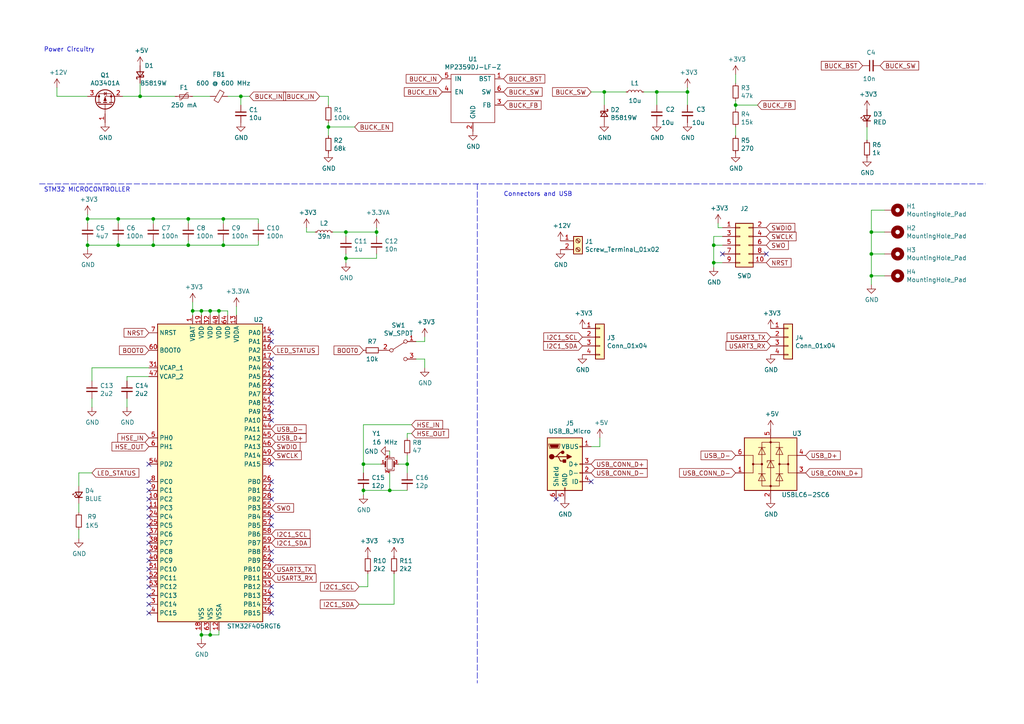
<source format=kicad_sch>
(kicad_sch (version 20211123) (generator eeschema)
  (paper "A4")
  (title_block (title "STM32F4 Test Board") (date "2021-07-08") (rev "2.0") (company "theokelo.inc"))
  (lib_symbols
    (symbol "Connector:Screw_Terminal_01x02" (pin_names (offset 1.016) hide)
      (property "Reference" "J" (at 0 2.54 0))
      (property "Value" "Screw_Terminal_01x02" (at 0 -5.08 0))
      (symbol "Screw_Terminal_01x02_1_1"
        (pin passive line (at -5.08 0 0) (length 3.81) (name "Pin_1") (number "1"))
        (pin passive line (at -5.08 -2.54 0) (length 3.81) (name "Pin_2") (number "2"))
      )
    )
    (symbol "Connector:USB_B_Micro" (pin_names (offset 1.016))
      (property "Reference" "J" (at -5.08 11.43 0))
      (property "Value" "USB_B_Micro" (at -5.08 8.89 0))
      (symbol "USB_B_Micro_1_1"
        (pin power_out line (at 7.62 5.08 180) (length 2.54) (name "VBUS") (number "1"))
        (pin bidirectional line (at 7.62 -2.54 180) (length 2.54) (name "D-") (number "2"))
        (pin bidirectional line (at 7.62 0 180) (length 2.54) (name "D+") (number "3"))
        (pin passive line (at 7.62 -5.08 180) (length 2.54) (name "ID") (number "4"))
        (pin power_out line (at 0 -10.16 90) (length 2.54) (name "GND") (number "5"))
        (pin passive line (at -2.54 -10.16 90) (length 2.54) (name "Shield") (number "6"))
      )
    )
    (symbol "Connector_Generic:Conn_01x04" (pin_names (offset 1.016) hide)
      (property "Reference" "J" (at 0 5.08 0))
      (property "Value" "Conn_01x04" (at 0 -7.62 0))
      (symbol "Conn_01x04_1_1"
        (pin passive line (at -5.08 2.54 0) (length 3.81) (name "Pin_1") (number "1"))
        (pin passive line (at -5.08 0 0) (length 3.81) (name "Pin_2") (number "2"))
        (pin passive line (at -5.08 -2.54 0) (length 3.81) (name "Pin_3") (number "3"))
        (pin passive line (at -5.08 -5.08 0) (length 3.81) (name "Pin_4") (number "4"))
      )
    )
    (symbol "Connector_Generic:Conn_02x05_Odd_Even" (pin_names (offset 1.016) hide)
      (property "Reference" "J" (at 1.27 7.62 0))
      (property "Value" "Conn_02x05_Odd_Even" (at 1.27 -7.62 0))
      (symbol "Conn_02x05_Odd_Even_1_1"
        (pin passive line (at -5.08 5.08 0) (length 3.81) (name "Pin_1") (number "1"))
        (pin passive line (at 7.62 -5.08 180) (length 3.81) (name "Pin_10") (number "10"))
        (pin passive line (at 7.62 5.08 180) (length 3.81) (name "Pin_2") (number "2"))
        (pin passive line (at -5.08 2.54 0) (length 3.81) (name "Pin_3") (number "3"))
        (pin passive line (at 7.62 2.54 180) (length 3.81) (name "Pin_4") (number "4"))
        (pin passive line (at -5.08 0 0) (length 3.81) (name "Pin_5") (number "5"))
        (pin passive line (at 7.62 0 180) (length 3.81) (name "Pin_6") (number "6"))
        (pin passive line (at -5.08 -2.54 0) (length 3.81) (name "Pin_7") (number "7"))
        (pin passive line (at 7.62 -2.54 180) (length 3.81) (name "Pin_8") (number "8"))
        (pin passive line (at -5.08 -5.08 0) (length 3.81) (name "Pin_9") (number "9"))
      )
    )
    (symbol "Device:C_Small" (pin_numbers hide) (pin_names (offset 0.254) hide)
      (property "Reference" "C" (at 0.254 1.778 0))
      (property "Value" "C_Small" (at 0.254 -2.032 0))
      (symbol "C_Small_1_1"
        (pin passive line (at 0 2.54 270) (length 2.032) (name "~") (number "1"))
        (pin passive line (at 0 -2.54 90) (length 2.032) (name "~") (number "2"))
      )
    )
    (symbol "Device:Crystal_GND24_Small" (pin_names (offset 1.016) hide)
      (property "Reference" "Y" (at 1.27 4.445 0))
      (property "Value" "Crystal_GND24_Small" (at 1.27 2.54 0))
      (symbol "Crystal_GND24_Small_1_1"
        (pin passive line (at -2.54 0 0) (length 1.27) (name "1") (number "1"))
        (pin passive line (at 0 -2.54 90) (length 0.635) (name "2") (number "2"))
        (pin passive line (at 2.54 0 180) (length 1.27) (name "3") (number "3"))
        (pin passive line (at 0 2.54 270) (length 0.635) (name "4") (number "4"))
      )
    )
    (symbol "Device:D_Schottky_Small" (pin_numbers hide) (pin_names (offset 0.254) hide)
      (property "Reference" "D" (at -1.27 2.032 0))
      (property "Value" "D_Schottky_Small" (at -7.112 -2.032 0))
      (symbol "D_Schottky_Small_1_1"
        (pin passive line (at -2.54 0 0) (length 1.778) (name "K") (number "1"))
        (pin passive line (at 2.54 0 180) (length 1.778) (name "A") (number "2"))
      )
    )
    (symbol "Device:Ferrite_Bead_Small" (pin_numbers hide) (pin_names (offset 0))
      (property "Reference" "FB" (at 1.905 1.27 0))
      (property "Value" "Device_Ferrite_Bead_Small" (at 1.905 -1.27 0))
      (symbol "Ferrite_Bead_Small_1_1"
        (pin passive line (at 0 2.54 270) (length 1.27) (name "~") (number "1"))
        (pin passive line (at 0 -2.54 90) (length 1.27) (name "~") (number "2"))
      )
    )
    (symbol "Device:LED_Small" (pin_numbers hide) (pin_names (offset 0.254) hide)
      (property "Reference" "D" (at -1.27 3.175 0))
      (property "Value" "LED_Small" (at -4.445 -2.54 0))
      (symbol "LED_Small_1_1"
        (pin passive line (at -2.54 0 0) (length 1.778) (name "K") (number "1"))
        (pin passive line (at 2.54 0 180) (length 1.778) (name "A") (number "2"))
      )
    )
    (symbol "Device:L_Small" (pin_numbers hide) (pin_names (offset 0.254) hide)
      (property "Reference" "L" (at 0.762 1.016 0))
      (property "Value" "L_Small" (at 0.762 -1.016 0))
      (symbol "L_Small_1_1"
        (pin passive line (at 0 2.54 270) (length 0.508) (name "~") (number "1"))
        (pin passive line (at 0 -2.54 90) (length 0.508) (name "~") (number "2"))
      )
    )
    (symbol "Device:Polyfuse_Small" (pin_numbers hide) (pin_names (offset 0))
      (property "Reference" "F" (at -1.905 0 90))
      (property "Value" "Polyfuse_Small" (at 1.905 0 90))
      (symbol "Polyfuse_Small_1_1"
        (pin passive line (at 0 2.54 270) (length 0.635) (name "~") (number "1"))
        (pin passive line (at 0 -2.54 90) (length 0.635) (name "~") (number "2"))
      )
    )
    (symbol "Device:R_Small" (pin_numbers hide) (pin_names (offset 0.254) hide)
      (property "Reference" "R" (at 0.762 0.508 0))
      (property "Value" "R_Small" (at 0.762 -1.016 0))
      (symbol "R_Small_1_1"
        (pin passive line (at 0 2.54 270) (length 0.762) (name "~") (number "1"))
        (pin passive line (at 0 -2.54 90) (length 0.762) (name "~") (number "2"))
      )
    )
    (symbol "MCU_ST_STM32F4:STM32F405RGTx"
      (property "Reference" "U" (at -15.24 44.45 0))
      (property "Value" "STM32F405RGTx" (at 10.16 44.45 0))
      (symbol "STM32F405RGTx_1_1"
        (pin power_in line (at -5.08 45.72 270) (length 2.54) (name "VBAT") (number "1"))
        (pin bidirectional line (at -17.78 -7.62 0) (length 2.54) (name "PC2") (number "10"))
        (pin bidirectional line (at -17.78 -10.16 0) (length 2.54) (name "PC3") (number "11"))
        (pin power_in line (at 2.54 -45.72 90) (length 2.54) (name "VSSA") (number "12"))
        (pin power_in line (at 7.62 45.72 270) (length 2.54) (name "VDDA") (number "13"))
        (pin bidirectional line (at 17.78 40.64 180) (length 2.54) (name "PA0") (number "14"))
        (pin bidirectional line (at 17.78 38.1 180) (length 2.54) (name "PA1") (number "15"))
        (pin bidirectional line (at 17.78 35.56 180) (length 2.54) (name "PA2") (number "16"))
        (pin bidirectional line (at 17.78 33.02 180) (length 2.54) (name "PA3") (number "17"))
        (pin power_in line (at -2.54 -45.72 90) (length 2.54) (name "VSS") (number "18"))
        (pin power_in line (at -2.54 45.72 270) (length 2.54) (name "VDD") (number "19"))
        (pin bidirectional line (at -17.78 -35.56 0) (length 2.54) (name "PC13") (number "2"))
        (pin bidirectional line (at 17.78 30.48 180) (length 2.54) (name "PA4") (number "20"))
        (pin bidirectional line (at 17.78 27.94 180) (length 2.54) (name "PA5") (number "21"))
        (pin bidirectional line (at 17.78 25.4 180) (length 2.54) (name "PA6") (number "22"))
        (pin bidirectional line (at 17.78 22.86 180) (length 2.54) (name "PA7") (number "23"))
        (pin bidirectional line (at -17.78 -12.7 0) (length 2.54) (name "PC4") (number "24"))
        (pin bidirectional line (at -17.78 -15.24 0) (length 2.54) (name "PC5") (number "25"))
        (pin bidirectional line (at 17.78 -2.54 180) (length 2.54) (name "PB0") (number "26"))
        (pin bidirectional line (at 17.78 -5.08 180) (length 2.54) (name "PB1") (number "27"))
        (pin bidirectional line (at 17.78 -7.62 180) (length 2.54) (name "PB2") (number "28"))
        (pin bidirectional line (at 17.78 -27.94 180) (length 2.54) (name "PB10") (number "29"))
        (pin bidirectional line (at -17.78 -38.1 0) (length 2.54) (name "PC14") (number "3"))
        (pin bidirectional line (at 17.78 -30.48 180) (length 2.54) (name "PB11") (number "30"))
        (pin power_in line (at -17.78 30.48 0) (length 2.54) (name "VCAP_1") (number "31"))
        (pin power_in line (at 0 45.72 270) (length 2.54) (name "VDD") (number "32"))
        (pin bidirectional line (at 17.78 -33.02 180) (length 2.54) (name "PB12") (number "33"))
        (pin bidirectional line (at 17.78 -35.56 180) (length 2.54) (name "PB13") (number "34"))
        (pin bidirectional line (at 17.78 -38.1 180) (length 2.54) (name "PB14") (number "35"))
        (pin bidirectional line (at 17.78 -40.64 180) (length 2.54) (name "PB15") (number "36"))
        (pin bidirectional line (at -17.78 -17.78 0) (length 2.54) (name "PC6") (number "37"))
        (pin bidirectional line (at -17.78 -20.32 0) (length 2.54) (name "PC7") (number "38"))
        (pin bidirectional line (at -17.78 -22.86 0) (length 2.54) (name "PC8") (number "39"))
        (pin bidirectional line (at -17.78 -40.64 0) (length 2.54) (name "PC15") (number "4"))
        (pin bidirectional line (at -17.78 -25.4 0) (length 2.54) (name "PC9") (number "40"))
        (pin bidirectional line (at 17.78 20.32 180) (length 2.54) (name "PA8") (number "41"))
        (pin bidirectional line (at 17.78 17.78 180) (length 2.54) (name "PA9") (number "42"))
        (pin bidirectional line (at 17.78 15.24 180) (length 2.54) (name "PA10") (number "43"))
        (pin bidirectional line (at 17.78 12.7 180) (length 2.54) (name "PA11") (number "44"))
        (pin bidirectional line (at 17.78 10.16 180) (length 2.54) (name "PA12") (number "45"))
        (pin bidirectional line (at 17.78 7.62 180) (length 2.54) (name "PA13") (number "46"))
        (pin power_in line (at -17.78 27.94 0) (length 2.54) (name "VCAP_2") (number "47"))
        (pin power_in line (at 2.54 45.72 270) (length 2.54) (name "VDD") (number "48"))
        (pin bidirectional line (at 17.78 5.08 180) (length 2.54) (name "PA14") (number "49"))
        (pin input line (at -17.78 10.16 0) (length 2.54) (name "PH0") (number "5"))
        (pin bidirectional line (at 17.78 2.54 180) (length 2.54) (name "PA15") (number "50"))
        (pin bidirectional line (at -17.78 -27.94 0) (length 2.54) (name "PC10") (number "51"))
        (pin bidirectional line (at -17.78 -30.48 0) (length 2.54) (name "PC11") (number "52"))
        (pin bidirectional line (at -17.78 -33.02 0) (length 2.54) (name "PC12") (number "53"))
        (pin bidirectional line (at -17.78 2.54 0) (length 2.54) (name "PD2") (number "54"))
        (pin bidirectional line (at 17.78 -10.16 180) (length 2.54) (name "PB3") (number "55"))
        (pin bidirectional line (at 17.78 -12.7 180) (length 2.54) (name "PB4") (number "56"))
        (pin bidirectional line (at 17.78 -15.24 180) (length 2.54) (name "PB5") (number "57"))
        (pin bidirectional line (at 17.78 -17.78 180) (length 2.54) (name "PB6") (number "58"))
        (pin bidirectional line (at 17.78 -20.32 180) (length 2.54) (name "PB7") (number "59"))
        (pin input line (at -17.78 7.62 0) (length 2.54) (name "PH1") (number "6"))
        (pin input line (at -17.78 35.56 0) (length 2.54) (name "BOOT0") (number "60"))
        (pin bidirectional line (at 17.78 -22.86 180) (length 2.54) (name "PB8") (number "61"))
        (pin bidirectional line (at 17.78 -25.4 180) (length 2.54) (name "PB9") (number "62"))
        (pin power_in line (at 0 -45.72 90) (length 2.54) (name "VSS") (number "63"))
        (pin power_in line (at 5.08 45.72 270) (length 2.54) (name "VDD") (number "64"))
        (pin input line (at -17.78 40.64 0) (length 2.54) (name "NRST") (number "7"))
        (pin bidirectional line (at -17.78 -2.54 0) (length 2.54) (name "PC0") (number "8"))
        (pin bidirectional line (at -17.78 -5.08 0) (length 2.54) (name "PC1") (number "9"))
      )
    )
    (symbol "Mechanical:MountingHole_Pad" (pin_numbers hide) (pin_names (offset 1.016) hide)
      (property "Reference" "H" (at 0 6.35 0))
      (property "Value" "MountingHole_Pad" (at 0 4.445 0))
      (symbol "MountingHole_Pad_1_1"
        (pin input line (at 0 -2.54 90) (length 2.54) (name "1") (number "1"))
      )
    )
    (symbol "OkeloCustomLib:MP2359DJ-LF-Z" (pin_names (offset 1.016))
      (property "Reference" "U" (at 0 11.43 0))
      (property "Value" "OkeloCustomLib_MP2359DJ-LF-Z" (at 0 8.89 0))
      (symbol "MP2359DJ-LF-Z_1_1"
        (pin output line (at 8.89 5.08 180) (length 2.54) (name "BST") (number "1"))
        (pin input line (at 0 -10.16 90) (length 2.54) (name "GND") (number "2"))
        (pin output line (at 8.89 -2.54 180) (length 2.54) (name "FB") (number "3"))
        (pin input line (at -8.89 1.27 0) (length 2.54) (name "EN") (number "4"))
        (pin input line (at -8.89 5.08 0) (length 2.54) (name "IN") (number "5"))
        (pin output line (at 8.89 1.27 180) (length 2.54) (name "SW") (number "6"))
      )
    )
    (symbol "Power_Protection:USBLC6-2SC6" (pin_names hide)
      (property "Reference" "U" (at 2.54 8.89 0))
      (property "Value" "USBLC6-2SC6" (at 2.54 -8.89 0))
      (symbol "USBLC6-2SC6_1_1"
        (pin passive line (at -10.16 -2.54 0) (length 2.54) (name "I/O1") (number "1"))
        (pin passive line (at 0 -10.16 90) (length 2.54) (name "GND") (number "2"))
        (pin passive line (at 10.16 -2.54 180) (length 2.54) (name "I/O2") (number "3"))
        (pin passive line (at 10.16 2.54 180) (length 2.54) (name "I/O2") (number "4"))
        (pin passive line (at 0 10.16 270) (length 2.54) (name "VBUS") (number "5"))
        (pin passive line (at -10.16 2.54 0) (length 2.54) (name "I/O1") (number "6"))
      )
    )
    (symbol "Switch:SW_SPDT" (pin_names (offset 0) hide)
      (property "Reference" "SW" (at 0 4.318 0))
      (property "Value" "SW_SPDT" (at 0 -5.08 0))
      (symbol "SW_SPDT_1_1"
        (pin passive line (at 5.08 2.54 180) (length 2.54) (name "A") (number "1"))
        (pin passive line (at -5.08 0 0) (length 2.54) (name "B") (number "2"))
        (pin passive line (at 5.08 -2.54 180) (length 2.54) (name "C") (number "3"))
      )
    )
    (symbol "Transistor_FET:AO3401A" (pin_names hide)
      (property "Reference" "Q" (at 5.08 1.905 0))
      (property "Value" "AO3401A" (at 5.08 0 0))
      (symbol "AO3401A_1_1"
        (pin input line (at -5.08 0 0) (length 2.54) (name "G") (number "1"))
        (pin passive line (at 2.54 -5.08 90) (length 2.54) (name "S") (number "2"))
        (pin passive line (at 2.54 5.08 270) (length 2.54) (name "D") (number "3"))
      )
    )
    (symbol "power:+12V" (power) (pin_names (offset 0))
      (property "Value" "+12V" (at 0 3.556 0))
      (symbol "+12V_1_1"
        (pin power_in line (at 0 0 90) (length 0) hide (name "+12V") (number "1"))
      )
    )
    (symbol "power:+3.3V" (power) (pin_names (offset 0))
      (property "Value" "+3.3V" (at 0 3.556 0))
      (symbol "+3.3V_1_1"
        (pin power_in line (at 0 0 90) (length 0) hide (name "+3V3") (number "1"))
      )
    )
    (symbol "power:+3.3VA" (power) (pin_names (offset 0))
      (property "Value" "+3.3VA" (at 0 3.556 0))
      (symbol "+3.3VA_1_1"
        (pin power_in line (at 0 0 90) (length 0) hide (name "+3.3VA") (number "1"))
      )
    )
    (symbol "power:+5V" (power) (pin_names (offset 0))
      (property "Value" "+5V" (at 0 3.556 0))
      (symbol "+5V_1_1"
        (pin power_in line (at 0 0 90) (length 0) hide (name "+5V") (number "1"))
      )
    )
    (symbol "power:GND" (power) (pin_names (offset 0))
      (property "Value" "GND" (at 0 -3.81 0))
      (symbol "GND_1_1"
        (pin power_in line (at 0 0 270) (length 0) hide (name "GND") (number "1"))
      )
    )
  )
  (junction (at 252.73 67.31))
  (junction (at 175.26 26.67))
  (junction (at 44.45 71.12))
  (junction (at 105.41 134.62))
  (junction (at 34.29 71.12))
  (junction (at 100.33 67.31))
  (junction (at 207.01 71.12))
  (junction (at 207.01 76.2))
  (junction (at 95.25 36.83))
  (junction (at 118.11 134.62))
  (junction (at 213.36 30.48))
  (junction (at 60.96 90.17))
  (junction (at 190.5 26.67))
  (junction (at 199.39 26.67))
  (junction (at 58.42 90.17))
  (junction (at 58.42 184.15))
  (junction (at 113.03 142.24))
  (junction (at 64.77 71.12))
  (junction (at 25.4 63.5))
  (junction (at 34.29 63.5))
  (junction (at 40.64 27.94))
  (junction (at 25.4 71.12))
  (junction (at 63.5 90.17))
  (junction (at 55.88 90.17))
  (junction (at 252.73 80.01))
  (junction (at 60.96 184.15))
  (junction (at 252.73 73.66))
  (junction (at 105.41 142.24))
  (junction (at 69.85 27.94))
  (junction (at 54.61 71.12))
  (junction (at 64.77 63.5))
  (junction (at 100.33 74.93))
  (junction (at 44.45 63.5))
  (junction (at 54.61 63.5))
  (junction (at 109.22 67.31))
  (no_connect (at 78.74 149.86))
  (no_connect (at 43.18 147.32))
  (no_connect (at 161.29 144.78))
  (no_connect (at 78.74 144.78))
  (no_connect (at 78.74 162.56))
  (no_connect (at 43.18 175.26))
  (no_connect (at 78.74 160.02))
  (no_connect (at 43.18 172.72))
  (no_connect (at 78.74 96.52))
  (no_connect (at 43.18 134.62))
  (no_connect (at 78.74 170.18))
  (no_connect (at 78.74 119.38))
  (no_connect (at 78.74 134.62))
  (no_connect (at 43.18 177.8))
  (no_connect (at 43.18 170.18))
  (no_connect (at 222.25 73.66))
  (no_connect (at 43.18 157.48))
  (no_connect (at 43.18 160.02))
  (no_connect (at 43.18 142.24))
  (no_connect (at 43.18 149.86))
  (no_connect (at 78.74 139.7))
  (no_connect (at 78.74 111.76))
  (no_connect (at 78.74 106.68))
  (no_connect (at 43.18 167.64))
  (no_connect (at 43.18 165.1))
  (no_connect (at 171.45 139.7))
  (no_connect (at 43.18 152.4))
  (no_connect (at 78.74 114.3))
  (no_connect (at 78.74 177.8))
  (no_connect (at 78.74 121.92))
  (no_connect (at 78.74 172.72))
  (no_connect (at 78.74 175.26))
  (no_connect (at 209.55 73.66))
  (no_connect (at 78.74 104.14))
  (no_connect (at 43.18 162.56))
  (no_connect (at 78.74 152.4))
  (no_connect (at 78.74 109.22))
  (no_connect (at 78.74 142.24))
  (no_connect (at 43.18 154.94))
  (no_connect (at 43.18 144.78))
  (no_connect (at 43.18 139.7))
  (no_connect (at 78.74 116.84))
  (no_connect (at 78.74 99.06))
  (wire (pts (xy 22.86 137.16) (xy 22.86 140.97)))
  (wire (pts (xy 54.61 71.12) (xy 44.45 71.12)))
  (wire (pts (xy 207.01 71.12) (xy 207.01 68.58)))
  (wire (pts (xy 186.69 26.67) (xy 190.5 26.67)))
  (wire (pts (xy 104.14 175.26) (xy 114.3 175.26)))
  (wire (pts (xy 34.29 63.5) (xy 25.4 63.5)))
  (wire (pts (xy 199.39 26.67) (xy 190.5 26.67)))
  (polyline (pts (xy 11.43 53.34) (xy 285.75 53.34)))
  (wire (pts (xy 219.71 30.48) (xy 213.36 30.48)))
  (wire (pts (xy 63.5 182.88) (xy 63.5 184.15)))
  (wire (pts (xy 68.58 91.44) (xy 68.58 88.9)))
  (wire (pts (xy 252.73 60.96) (xy 252.73 67.31)))
  (wire (pts (xy 63.5 90.17) (xy 60.96 90.17)))
  (wire (pts (xy 209.55 76.2) (xy 207.01 76.2)))
  (wire (pts (xy 25.4 71.12) (xy 25.4 69.85)))
  (wire (pts (xy 35.56 27.94) (xy 40.64 27.94)))
  (wire (pts (xy 66.04 27.94) (xy 69.85 27.94)))
  (wire (pts (xy 58.42 90.17) (xy 55.88 90.17)))
  (wire (pts (xy 95.25 36.83) (xy 95.25 39.37)))
  (wire (pts (xy 251.46 40.64) (xy 251.46 36.83)))
  (wire (pts (xy 252.73 80.01) (xy 256.54 80.01)))
  (wire (pts (xy 95.25 30.48) (xy 95.25 27.94)))
  (wire (pts (xy 60.96 27.94) (xy 55.88 27.94)))
  (wire (pts (xy 114.3 175.26) (xy 114.3 166.37)))
  (wire (pts (xy 58.42 184.15) (xy 58.42 182.88)))
  (wire (pts (xy 60.96 184.15) (xy 58.42 184.15)))
  (wire (pts (xy 120.65 104.14) (xy 123.19 104.14)))
  (wire (pts (xy 256.54 73.66) (xy 252.73 73.66)))
  (wire (pts (xy 190.5 26.67) (xy 190.5 30.48)))
  (wire (pts (xy 54.61 64.77) (xy 54.61 63.5)))
  (wire (pts (xy 105.41 134.62) (xy 110.49 134.62)))
  (wire (pts (xy 66.04 90.17) (xy 63.5 90.17)))
  (wire (pts (xy 105.41 137.16) (xy 105.41 134.62)))
  (wire (pts (xy 64.77 71.12) (xy 54.61 71.12)))
  (wire (pts (xy 44.45 69.85) (xy 44.45 71.12)))
  (wire (pts (xy 63.5 184.15) (xy 60.96 184.15)))
  (wire (pts (xy 104.14 170.18) (xy 106.68 170.18)))
  (wire (pts (xy 25.4 64.77) (xy 25.4 63.5)))
  (wire (pts (xy 95.25 27.94) (xy 92.71 27.94)))
  (wire (pts (xy 95.25 35.56) (xy 95.25 36.83)))
  (wire (pts (xy 74.93 63.5) (xy 64.77 63.5)))
  (wire (pts (xy 105.41 123.19) (xy 105.41 134.62)))
  (polyline (pts (xy 138.43 53.34) (xy 138.43 198.12)))
  (wire (pts (xy 102.87 36.83) (xy 95.25 36.83)))
  (wire (pts (xy 213.36 30.48) (xy 213.36 31.75)))
  (wire (pts (xy 91.44 67.31) (xy 88.9 67.31)))
  (wire (pts (xy 171.45 26.67) (xy 175.26 26.67)))
  (wire (pts (xy 208.28 66.04) (xy 208.28 64.77)))
  (wire (pts (xy 60.96 91.44) (xy 60.96 90.17)))
  (wire (pts (xy 26.67 118.11) (xy 26.67 115.57)))
  (wire (pts (xy 213.36 36.83) (xy 213.36 39.37)))
  (wire (pts (xy 66.04 91.44) (xy 66.04 90.17)))
  (wire (pts (xy 22.86 146.05) (xy 22.86 148.59)))
  (wire (pts (xy 118.11 127) (xy 118.11 125.73)))
  (wire (pts (xy 16.51 25.4) (xy 16.51 27.94)))
  (wire (pts (xy 100.33 74.93) (xy 100.33 73.66)))
  (wire (pts (xy 55.88 90.17) (xy 55.88 87.63)))
  (wire (pts (xy 213.36 29.21) (xy 213.36 30.48)))
  (wire (pts (xy 74.93 71.12) (xy 64.77 71.12)))
  (wire (pts (xy 105.41 142.24) (xy 113.03 142.24)))
  (wire (pts (xy 36.83 118.11) (xy 36.83 115.57)))
  (wire (pts (xy 207.01 77.47) (xy 207.01 76.2)))
  (wire (pts (xy 209.55 66.04) (xy 208.28 66.04)))
  (wire (pts (xy 256.54 67.31) (xy 252.73 67.31)))
  (wire (pts (xy 109.22 67.31) (xy 109.22 66.04)))
  (wire (pts (xy 55.88 91.44) (xy 55.88 90.17)))
  (wire (pts (xy 207.01 68.58) (xy 209.55 68.58)))
  (wire (pts (xy 173.99 129.54) (xy 173.99 127)))
  (wire (pts (xy 123.19 104.14) (xy 123.19 106.68)))
  (wire (pts (xy 207.01 76.2) (xy 207.01 71.12)))
  (wire (pts (xy 119.38 123.19) (xy 105.41 123.19)))
  (wire (pts (xy 252.73 67.31) (xy 252.73 73.66)))
  (wire (pts (xy 256.54 60.96) (xy 252.73 60.96)))
  (wire (pts (xy 64.77 63.5) (xy 54.61 63.5)))
  (wire (pts (xy 54.61 63.5) (xy 44.45 63.5)))
  (wire (pts (xy 252.73 82.55) (xy 252.73 80.01)))
  (wire (pts (xy 109.22 73.66) (xy 109.22 74.93)))
  (wire (pts (xy 199.39 30.48) (xy 199.39 26.67)))
  (wire (pts (xy 209.55 71.12) (xy 207.01 71.12)))
  (wire (pts (xy 44.45 63.5) (xy 34.29 63.5)))
  (wire (pts (xy 123.19 99.06) (xy 123.19 97.79)))
  (wire (pts (xy 69.85 30.48) (xy 69.85 27.94)))
  (wire (pts (xy 88.9 67.31) (xy 88.9 66.04)))
  (wire (pts (xy 74.93 64.77) (xy 74.93 63.5)))
  (wire (pts (xy 118.11 125.73) (xy 119.38 125.73)))
  (wire (pts (xy 63.5 91.44) (xy 63.5 90.17)))
  (wire (pts (xy 58.42 91.44) (xy 58.42 90.17)))
  (wire (pts (xy 113.03 137.16) (xy 113.03 142.24)))
  (wire (pts (xy 26.67 137.16) (xy 22.86 137.16)))
  (wire (pts (xy 16.51 27.94) (xy 25.4 27.94)))
  (wire (pts (xy 25.4 63.5) (xy 25.4 62.23)))
  (wire (pts (xy 54.61 69.85) (xy 54.61 71.12)))
  (wire (pts (xy 25.4 72.39) (xy 25.4 71.12)))
  (wire (pts (xy 36.83 109.22) (xy 36.83 110.49)))
  (wire (pts (xy 113.03 142.24) (xy 118.11 142.24)))
  (wire (pts (xy 252.73 73.66) (xy 252.73 80.01)))
  (wire (pts (xy 181.61 26.67) (xy 175.26 26.67)))
  (wire (pts (xy 60.96 182.88) (xy 60.96 184.15)))
  (wire (pts (xy 58.42 185.42) (xy 58.42 184.15)))
  (wire (pts (xy 100.33 76.2) (xy 100.33 74.93)))
  (wire (pts (xy 118.11 137.16) (xy 118.11 134.62)))
  (wire (pts (xy 34.29 71.12) (xy 25.4 71.12)))
  (wire (pts (xy 44.45 71.12) (xy 34.29 71.12)))
  (wire (pts (xy 44.45 64.77) (xy 44.45 63.5)))
  (wire (pts (xy 100.33 68.58) (xy 100.33 67.31)))
  (wire (pts (xy 34.29 64.77) (xy 34.29 63.5)))
  (wire (pts (xy 199.39 26.67) (xy 199.39 25.4)))
  (wire (pts (xy 105.41 143.51) (xy 105.41 142.24)))
  (wire (pts (xy 43.18 109.22) (xy 36.83 109.22)))
  (wire (pts (xy 64.77 69.85) (xy 64.77 71.12)))
  (wire (pts (xy 100.33 67.31) (xy 109.22 67.31)))
  (wire (pts (xy 175.26 26.67) (xy 175.26 30.48)))
  (wire (pts (xy 109.22 74.93) (xy 100.33 74.93)))
  (wire (pts (xy 120.65 99.06) (xy 123.19 99.06)))
  (wire (pts (xy 74.93 69.85) (xy 74.93 71.12)))
  (wire (pts (xy 100.33 67.31) (xy 96.52 67.31)))
  (wire (pts (xy 213.36 21.59) (xy 213.36 24.13)))
  (wire (pts (xy 40.64 27.94) (xy 50.8 27.94)))
  (wire (pts (xy 171.45 129.54) (xy 173.99 129.54)))
  (wire (pts (xy 40.64 24.13) (xy 40.64 27.94)))
  (wire (pts (xy 60.96 90.17) (xy 58.42 90.17)))
  (wire (pts (xy 118.11 132.08) (xy 118.11 134.62)))
  (wire (pts (xy 113.03 132.08) (xy 113.03 130.81)))
  (wire (pts (xy 26.67 110.49) (xy 26.67 106.68)))
  (wire (pts (xy 72.39 27.94) (xy 69.85 27.94)))
  (wire (pts (xy 22.86 153.67) (xy 22.86 156.21)))
  (wire (pts (xy 26.67 106.68) (xy 43.18 106.68)))
  (wire (pts (xy 118.11 134.62) (xy 115.57 134.62)))
  (wire (pts (xy 109.22 68.58) (xy 109.22 67.31)))
  (wire (pts (xy 34.29 69.85) (xy 34.29 71.12)))
  (wire (pts (xy 106.68 170.18) (xy 106.68 166.37)))
  (wire (pts (xy 64.77 64.77) (xy 64.77 63.5)))
  (text "STM32 MICROCONTROLLER" (at 12.7 55.88 0) (effects (font (size 1.27 1.27)) (justify left bottom)))
  (text "Power Circuitry" (at 12.7 15.24 0) (effects (font (size 1.27 1.27)) (justify left bottom)))
  (text "Connectors and USB" (at 146.05 57.15 0) (effects (font (size 1.27 1.27)) (justify left bottom)))
  (global_label "USB_D-" (shape input) (at 213.36 132.08 180) (property "Intersheet References" "${INTERSHEET_REFS}" (effects hide)))
  (global_label "LED_STATUS" (shape input) (at 26.67 137.16 0) (property "Intersheet References" "${INTERSHEET_REFS}" (effects hide)))
  (global_label "USART3_TX" (shape input) (at 78.74 165.1 0) (property "Intersheet References" "${INTERSHEET_REFS}" (effects hide)))
  (global_label "HSE_OUT" (shape input) (at 43.18 129.54 180) (property "Intersheet References" "${INTERSHEET_REFS}" (effects hide)))
  (global_label "USB_CONN_D+" (shape input) (at 171.45 134.62 0) (property "Intersheet References" "${INTERSHEET_REFS}" (effects hide)))
  (global_label "SWCLK" (shape input) (at 78.74 132.08 0) (property "Intersheet References" "${INTERSHEET_REFS}" (effects hide)))
  (global_label "SWO" (shape input) (at 222.25 71.12 0) (property "Intersheet References" "${INTERSHEET_REFS}" (effects hide)))
  (global_label "I2C1_SCL" (shape input) (at 104.14 170.18 180) (property "Intersheet References" "${INTERSHEET_REFS}" (effects hide)))
  (global_label "I2C1_SDA" (shape input) (at 168.91 100.33 180) (property "Intersheet References" "${INTERSHEET_REFS}" (effects hide)))
  (global_label "HSE_OUT" (shape input) (at 119.38 125.73 0) (property "Intersheet References" "${INTERSHEET_REFS}" (effects hide)))
  (global_label "I2C1_SDA" (shape input) (at 78.74 157.48 0) (property "Intersheet References" "${INTERSHEET_REFS}" (effects hide)))
  (global_label "USB_D+" (shape input) (at 233.68 132.08 0) (property "Intersheet References" "${INTERSHEET_REFS}" (effects hide)))
  (global_label "SWDIO" (shape input) (at 78.74 129.54 0) (property "Intersheet References" "${INTERSHEET_REFS}" (effects hide)))
  (global_label "BUCK_EN" (shape input) (at 102.87 36.83 0) (property "Intersheet References" "${INTERSHEET_REFS}" (effects hide)))
  (global_label "NRST" (shape input) (at 43.18 96.52 180) (property "Intersheet References" "${INTERSHEET_REFS}" (effects hide)))
  (global_label "BUCK_BST" (shape input) (at 250.19 19.05 180) (property "Intersheet References" "${INTERSHEET_REFS}" (effects hide)))
  (global_label "USART3_TX" (shape input) (at 223.52 97.79 180) (property "Intersheet References" "${INTERSHEET_REFS}" (effects hide)))
  (global_label "HSE_IN" (shape input) (at 119.38 123.19 0) (property "Intersheet References" "${INTERSHEET_REFS}" (effects hide)))
  (global_label "BOOT0" (shape input) (at 105.41 101.6 180) (property "Intersheet References" "${INTERSHEET_REFS}" (effects hide)))
  (global_label "LED_STATUS" (shape input) (at 78.74 101.6 0) (property "Intersheet References" "${INTERSHEET_REFS}" (effects hide)))
  (global_label "BUCK_IN" (shape input) (at 92.71 27.94 180) (property "Intersheet References" "${INTERSHEET_REFS}" (effects hide)))
  (global_label "I2C1_SDA" (shape input) (at 104.14 175.26 180) (property "Intersheet References" "${INTERSHEET_REFS}" (effects hide)))
  (global_label "BUCK_BST" (shape input) (at 146.05 22.86 0) (property "Intersheet References" "${INTERSHEET_REFS}" (effects hide)))
  (global_label "USART3_RX" (shape input) (at 78.74 167.64 0) (property "Intersheet References" "${INTERSHEET_REFS}" (effects hide)))
  (global_label "BUCK_FB" (shape input) (at 219.71 30.48 0) (property "Intersheet References" "${INTERSHEET_REFS}" (effects hide)))
  (global_label "USB_CONN_D-" (shape input) (at 171.45 137.16 0) (property "Intersheet References" "${INTERSHEET_REFS}" (effects hide)))
  (global_label "BUCK_SW" (shape input) (at 171.45 26.67 180) (property "Intersheet References" "${INTERSHEET_REFS}" (effects hide)))
  (global_label "I2C1_SCL" (shape input) (at 168.91 97.79 180) (property "Intersheet References" "${INTERSHEET_REFS}" (effects hide)))
  (global_label "BUCK_IN" (shape input) (at 128.27 22.86 180) (property "Intersheet References" "${INTERSHEET_REFS}" (effects hide)))
  (global_label "BUCK_IN" (shape input) (at 72.39 27.94 0) (property "Intersheet References" "${INTERSHEET_REFS}" (effects hide)))
  (global_label "SWDIO" (shape input) (at 222.25 66.04 0) (property "Intersheet References" "${INTERSHEET_REFS}" (effects hide)))
  (global_label "SWO" (shape input) (at 78.74 147.32 0) (property "Intersheet References" "${INTERSHEET_REFS}" (effects hide)))
  (global_label "USB_D-" (shape input) (at 78.74 124.46 0) (property "Intersheet References" "${INTERSHEET_REFS}" (effects hide)))
  (global_label "USB_CONN_D+" (shape input) (at 233.68 137.16 0) (property "Intersheet References" "${INTERSHEET_REFS}" (effects hide)))
  (global_label "I2C1_SCL" (shape input) (at 78.74 154.94 0) (property "Intersheet References" "${INTERSHEET_REFS}" (effects hide)))
  (global_label "USART3_RX" (shape input) (at 223.52 100.33 180) (property "Intersheet References" "${INTERSHEET_REFS}" (effects hide)))
  (global_label "USB_D+" (shape input) (at 78.74 127 0) (property "Intersheet References" "${INTERSHEET_REFS}" (effects hide)))
  (global_label "BUCK_FB" (shape input) (at 146.05 30.48 0) (property "Intersheet References" "${INTERSHEET_REFS}" (effects hide)))
  (global_label "NRST" (shape input) (at 222.25 76.2 0) (property "Intersheet References" "${INTERSHEET_REFS}" (effects hide)))
  (global_label "USB_CONN_D-" (shape input) (at 213.36 137.16 180) (property "Intersheet References" "${INTERSHEET_REFS}" (effects hide)))
  (global_label "SWCLK" (shape input) (at 222.25 68.58 0) (property "Intersheet References" "${INTERSHEET_REFS}" (effects hide)))
  (global_label "BUCK_SW" (shape input) (at 146.05 26.67 0) (property "Intersheet References" "${INTERSHEET_REFS}" (effects hide)))
  (global_label "BOOT0" (shape input) (at 43.18 101.6 180) (property "Intersheet References" "${INTERSHEET_REFS}" (effects hide)))
  (global_label "HSE_IN" (shape input) (at 43.18 127 180) (property "Intersheet References" "${INTERSHEET_REFS}" (effects hide)))
  (global_label "BUCK_EN" (shape input) (at 128.27 26.67 180) (property "Intersheet References" "${INTERSHEET_REFS}" (effects hide)))
  (global_label "BUCK_SW" (shape input) (at 255.27 19.05 0) (property "Intersheet References" "${INTERSHEET_REFS}" (effects hide)))
  (symbol (lib_id "MCU_ST_STM32F4:STM32F405RGTx") (at 60.96 137.16 0) (unit 1)
    (property "Reference" "U2" (at 74.93 92.71 0))
    (property "Value" "STM32F405RGT6" (at 73.66 181.61 0))
    (property "Footprint" "Package_QFP:LQFP-64_10x10mm_P0.5mm" (effects hide))
    (property "Datasheet" "http://www.st.com/st-web-ui/static/active/en/resource/technical/document/datasheet/DM00037051.pdf" (effects hide))
  )
  (symbol (lib_id "power:GND") (at 58.42 185.42 0) (unit 1)
    (property "Reference" "#PWR0101" (effects hide))
    (property "Value" "GND" (at 58.547 189.8142 0))
  )
  (symbol (lib_id "power:+3.3V") (at 55.88 87.63 0) (unit 1)
    (property "Reference" "#PWR0102" (effects hide))
    (property "Value" "+3.3V" (at 56.261 83.2358 0))
  )
  (symbol (lib_id "power:+3.3VA") (at 68.58 88.9 0) (unit 1)
    (property "Reference" "#PWR0103" (effects hide))
    (property "Value" "+3.3VA" (at 68.961 84.5058 0))
  )
  (symbol (lib_id "Device:C_Small") (at 36.83 113.03 0) (unit 1)
    (property "Reference" "C14" (at 39.1668 111.8616 0) (effects (justify left)))
    (property "Value" "2u2" (at 39.1668 114.173 0) (effects (justify left)))
    (property "Footprint" "Capacitor_SMD:C_0603_1608Metric" (effects hide))
  )
  (symbol (lib_id "Device:C_Small") (at 26.67 113.03 0) (unit 1)
    (property "Reference" "C13" (at 29.0068 111.8616 0) (effects (justify left)))
    (property "Value" "2u2" (at 29.0068 114.173 0) (effects (justify left)))
    (property "Footprint" "Capacitor_SMD:C_0603_1608Metric" (effects hide))
  )
  (symbol (lib_id "power:GND") (at 26.67 118.11 0) (unit 1)
    (property "Reference" "#PWR0104" (effects hide))
    (property "Value" "GND" (at 26.797 122.5042 0))
  )
  (symbol (lib_id "power:GND") (at 36.83 118.11 0) (unit 1)
    (property "Reference" "#PWR0105" (effects hide))
    (property "Value" "GND" (at 36.957 122.5042 0))
  )
  (symbol (lib_id "Switch:SW_SPDT") (at 115.57 101.6 0) (unit 1)
    (property "Reference" "SW1" (at 115.57 94.361 0))
    (property "Value" "SW_SPDT" (at 115.57 96.6724 0))
    (property "Footprint" "Button_Switch_SMD:SW_SPDT_PCM12" (effects hide))
  )
  (symbol (lib_id "Device:R_Small") (at 107.95 101.6 270) (unit 1)
    (property "Reference" "R7" (at 107.95 99.06 90))
    (property "Value" "10k" (at 107.95 104.14 90))
    (property "Footprint" "Resistor_SMD:R_0402_1005Metric" (effects hide))
  )
  (symbol (lib_id "power:+3.3V") (at 123.19 97.79 0) (unit 1)
    (property "Reference" "#PWR0106" (effects hide))
    (property "Value" "+3.3V" (at 123.571 93.3958 0))
  )
  (symbol (lib_id "power:GND") (at 123.19 106.68 0) (unit 1)
    (property "Reference" "#PWR0107" (effects hide))
    (property "Value" "GND" (at 123.317 111.0742 0))
  )
  (symbol (lib_id "Device:C_Small") (at 25.4 67.31 0) (unit 1)
    (property "Reference" "C5" (at 27.7368 66.1416 0) (effects (justify left)))
    (property "Value" "4u7" (at 27.7368 68.453 0) (effects (justify left)))
    (property "Footprint" "Capacitor_SMD:C_0603_1608Metric" (effects hide))
  )
  (symbol (lib_id "Device:C_Small") (at 34.29 67.31 0) (unit 1)
    (property "Reference" "C6" (at 36.6268 66.1416 0) (effects (justify left)))
    (property "Value" "100n" (at 36.6268 68.453 0) (effects (justify left)))
    (property "Footprint" "Capacitor_SMD:C_0402_1005Metric" (effects hide))
  )
  (symbol (lib_id "Device:C_Small") (at 44.45 67.31 0) (unit 1)
    (property "Reference" "C7" (at 46.7868 66.1416 0) (effects (justify left)))
    (property "Value" "100n" (at 46.7868 68.453 0) (effects (justify left)))
    (property "Footprint" "Capacitor_SMD:C_0402_1005Metric" (effects hide))
  )
  (symbol (lib_id "Device:C_Small") (at 54.61 67.31 0) (unit 1)
    (property "Reference" "C8" (at 56.9468 66.1416 0) (effects (justify left)))
    (property "Value" "100n" (at 56.9468 68.453 0) (effects (justify left)))
    (property "Footprint" "Capacitor_SMD:C_0402_1005Metric" (effects hide))
  )
  (symbol (lib_id "Device:C_Small") (at 64.77 67.31 0) (unit 1)
    (property "Reference" "C9" (at 67.1068 66.1416 0) (effects (justify left)))
    (property "Value" "100n" (at 67.1068 68.453 0) (effects (justify left)))
    (property "Footprint" "Capacitor_SMD:C_0402_1005Metric" (effects hide))
  )
  (symbol (lib_id "Device:C_Small") (at 74.93 67.31 0) (unit 1)
    (property "Reference" "C10" (at 77.2668 66.1416 0) (effects (justify left)))
    (property "Value" "100n" (at 77.2668 68.453 0) (effects (justify left)))
    (property "Footprint" "Capacitor_SMD:C_0402_1005Metric" (effects hide))
  )
  (symbol (lib_id "power:+3.3V") (at 25.4 62.23 0) (unit 1)
    (property "Reference" "#PWR0108" (effects hide))
    (property "Value" "+3.3V" (at 25.781 57.8358 0))
  )
  (symbol (lib_id "power:GND") (at 25.4 72.39 0) (unit 1)
    (property "Reference" "#PWR0109" (effects hide))
    (property "Value" "GND" (at 25.527 76.7842 0))
  )
  (symbol (lib_id "Device:C_Small") (at 100.33 71.12 0) (unit 1)
    (property "Reference" "C11" (at 102.6668 69.9516 0) (effects (justify left)))
    (property "Value" "1u" (at 102.6668 72.263 0) (effects (justify left)))
    (property "Footprint" "Capacitor_SMD:C_0402_1005Metric" (effects hide))
  )
  (symbol (lib_id "Device:C_Small") (at 109.22 71.12 0) (unit 1)
    (property "Reference" "C12" (at 111.5568 69.9516 0) (effects (justify left)))
    (property "Value" "10n" (at 111.5568 72.263 0) (effects (justify left)))
    (property "Footprint" "Capacitor_SMD:C_0402_1005Metric" (effects hide))
  )
  (symbol (lib_id "power:+3.3VA") (at 109.22 66.04 0) (unit 1)
    (property "Reference" "#PWR0110" (effects hide))
    (property "Value" "+3.3VA" (at 109.601 61.6458 0))
  )
  (symbol (lib_id "power:+3.3V") (at 88.9 66.04 0) (unit 1)
    (property "Reference" "#PWR0111" (effects hide))
    (property "Value" "+3.3V" (at 89.281 61.6458 0))
  )
  (symbol (lib_id "power:GND") (at 100.33 76.2 0) (unit 1)
    (property "Reference" "#PWR0112" (effects hide))
    (property "Value" "GND" (at 100.457 80.5942 0))
  )
  (symbol (lib_id "Device:L_Small") (at 93.98 67.31 90) (unit 1)
    (property "Reference" "L2" (at 93.98 64.77 90))
    (property "Value" "39n" (at 93.98 68.58 90))
    (property "Footprint" "Inductor_SMD:L_0402_1005Metric" (effects hide))
  )
  (symbol (lib_id "Device:Crystal_GND24_Small") (at 113.03 134.62 0) (unit 1)
    (property "Reference" "Y1" (at 107.95 125.73 0) (effects (justify left)))
    (property "Value" "16 MHz" (at 107.95 128.27 0) (effects (justify left)))
    (property "Footprint" "Crystal:Crystal_SMD_3225-4Pin_3.2x2.5mm" (effects hide))
  )
  (symbol (lib_id "Device:C_Small") (at 105.41 139.7 0) (unit 1)
    (property "Reference" "C15" (at 107.7468 138.5316 0) (effects (justify left)))
    (property "Value" "12p" (at 107.7468 140.843 0) (effects (justify left)))
    (property "Footprint" "Capacitor_SMD:C_0402_1005Metric" (effects hide))
  )
  (symbol (lib_id "Device:C_Small") (at 118.11 139.7 0) (unit 1)
    (property "Reference" "C16" (at 120.4468 138.5316 0) (effects (justify left)))
    (property "Value" "12p" (at 120.4468 140.843 0) (effects (justify left)))
    (property "Footprint" "Capacitor_SMD:C_0402_1005Metric" (effects hide))
  )
  (symbol (lib_id "power:GND") (at 105.41 143.51 0) (unit 1)
    (property "Reference" "#PWR0113" (effects hide))
    (property "Value" "GND" (at 105.537 147.9042 0))
  )
  (symbol (lib_id "OkeloCustomLib:MP2359DJ-LF-Z") (at 137.16 27.94 0) (unit 1)
    (property "Reference" "U1" (at 137.16 17.145 0))
    (property "Value" "MP2359DJ-LF-Z" (at 137.16 19.4564 0))
    (property "Footprint" "Package_TO_SOT_SMD:SOT-23-6" (effects hide))
  )
  (symbol (lib_id "power:GND") (at 137.16 38.1 0) (unit 1)
    (property "Reference" "#PWR0116" (effects hide))
    (property "Value" "GND" (at 137.287 42.4942 0))
  )
  (symbol (lib_id "power:+12V") (at 16.51 25.4 0) (unit 1)
    (property "Reference" "#PWR0117" (effects hide))
    (property "Value" "+12V" (at 16.891 21.0058 0))
  )
  (symbol (lib_id "Device:Polyfuse_Small") (at 53.34 27.94 270) (unit 1)
    (property "Reference" "F1" (at 53.34 25.4 90))
    (property "Value" "250 mA" (at 53.34 30.48 90))
    (property "Footprint" "Fuse:Fuse_1206_3216Metric" (effects hide))
  )
  (symbol (lib_id "Device:R_Small") (at 118.11 129.54 0) (unit 1)
    (property "Reference" "R8" (at 119.6086 128.3716 0) (effects (justify left)))
    (property "Value" "47" (at 119.6086 130.683 0) (effects (justify left)))
    (property "Footprint" "Resistor_SMD:R_0402_1005Metric" (effects hide))
  )
  (symbol (lib_id "Transistor_FET:AO3401A") (at 30.48 30.48 90) (unit 1)
    (property "Reference" "Q1" (at 30.48 21.7932 90))
    (property "Value" "AO3401A" (at 30.48 24.1046 90))
    (property "Footprint" "Package_TO_SOT_SMD:SOT-23" (effects hide))
    (property "Datasheet" "http://www.aosmd.com/pdfs/datasheet/AO3401A.pdf" (effects hide))
  )
  (symbol (lib_id "power:GND") (at 113.03 130.81 270) (unit 1)
    (property "Reference" "#PWR0114" (effects hide))
    (property "Value" "GND" (at 109.7788 130.937 90) (effects (justify right)))
  )
  (symbol (lib_id "power:GND") (at 30.48 35.56 0) (unit 1)
    (property "Reference" "#PWR0118" (effects hide))
    (property "Value" "GND" (at 30.607 39.9542 0))
  )
  (symbol (lib_id "Device:Ferrite_Bead_Small") (at 63.5 27.94 270) (unit 1)
    (property "Reference" "FB1" (at 63.5 21.59 90))
    (property "Value" "600 @ 600 MHz" (at 64.77 24.13 90))
    (property "Footprint" "Inductor_SMD:L_0805_2012Metric" (effects hide))
  )
  (symbol (lib_id "Device:C_Small") (at 69.85 33.02 0) (unit 1)
    (property "Reference" "C1" (at 72.1868 31.8516 0) (effects (justify left)))
    (property "Value" "10u" (at 72.1868 34.163 0) (effects (justify left)))
    (property "Footprint" "Capacitor_SMD:C_1206_3216Metric" (effects hide))
  )
  (symbol (lib_id "power:GND") (at 69.85 35.56 0) (unit 1)
    (property "Reference" "#PWR0119" (effects hide))
    (property "Value" "GND" (at 69.977 39.9542 0))
  )
  (symbol (lib_id "Device:R_Small") (at 95.25 33.02 0) (unit 1)
    (property "Reference" "R1" (at 96.7486 31.8516 0) (effects (justify left)))
    (property "Value" "100k" (at 96.7486 34.163 0) (effects (justify left)))
    (property "Footprint" "Resistor_SMD:R_0603_1608Metric" (effects hide))
  )
  (symbol (lib_id "Device:R_Small") (at 95.25 41.91 0) (unit 1)
    (property "Reference" "R2" (at 96.7486 40.7416 0) (effects (justify left)))
    (property "Value" "68k" (at 96.7486 43.053 0) (effects (justify left)))
    (property "Footprint" "Resistor_SMD:R_0603_1608Metric" (effects hide))
  )
  (symbol (lib_id "power:GND") (at 95.25 44.45 0) (unit 1)
    (property "Reference" "#PWR0120" (effects hide))
    (property "Value" "GND" (at 95.377 48.8442 0))
  )
  (symbol (lib_id "Device:C_Small") (at 252.73 19.05 90) (unit 1)
    (property "Reference" "C4" (at 254 15.24 90) (effects (justify left)))
    (property "Value" "10n" (at 254 22.86 90) (effects (justify left)))
    (property "Footprint" "Capacitor_SMD:C_0603_1608Metric" (effects hide))
  )
  (symbol (lib_id "Device:D_Schottky_Small") (at 175.26 33.02 270) (unit 1)
    (property "Reference" "D2" (at 177.038 31.8516 90) (effects (justify left)))
    (property "Value" "B5819W" (at 177.038 34.163 90) (effects (justify left)))
    (property "Footprint" "Diode_SMD:D_SOD-123" (effects hide))
  )
  (symbol (lib_id "Device:LED_Small") (at 22.86 143.51 90) (unit 1)
    (property "Reference" "D4" (at 24.638 142.3416 90) (effects (justify right)))
    (property "Value" "BLUE" (at 24.638 144.653 90) (effects (justify right)))
    (property "Footprint" "LED_SMD:LED_0603_1608Metric" (effects hide))
  )
  (symbol (lib_id "Device:R_Small") (at 22.86 151.13 180) (unit 1)
    (property "Reference" "R9" (at 26.67 149.86 0))
    (property "Value" "1K5" (at 26.67 152.4 0))
    (property "Footprint" "Resistor_SMD:R_0603_1608Metric" (effects hide))
  )
  (symbol (lib_id "power:GND") (at 175.26 35.56 0) (unit 1)
    (property "Reference" "#PWR0121" (effects hide))
    (property "Value" "GND" (at 175.387 39.9542 0))
  )
  (symbol (lib_id "Device:L_Small") (at 184.15 26.67 90) (unit 1)
    (property "Reference" "L1" (at 184.15 24.13 90))
    (property "Value" "10u" (at 184.15 29.21 90))
    (property "Footprint" "Inductor_SMD:L_Sunlord_MWSA0518_5.4x5.2mm" (effects hide))
  )
  (symbol (lib_id "power:GND") (at 22.86 156.21 0) (unit 1)
    (property "Reference" "#PWR0115" (effects hide))
    (property "Value" "GND" (at 22.987 160.6042 0))
  )
  (symbol (lib_id "Device:C_Small") (at 190.5 33.02 0) (unit 1)
    (property "Reference" "C2" (at 193.04 31.75 0) (effects (justify left)))
    (property "Value" "10u" (at 191.77 35.56 0) (effects (justify left)))
    (property "Footprint" "Capacitor_SMD:C_1206_3216Metric" (effects hide))
  )
  (symbol (lib_id "power:GND") (at 190.5 35.56 0) (unit 1)
    (property "Reference" "#PWR0122" (effects hide))
    (property "Value" "GND" (at 190.627 39.9542 0))
  )
  (symbol (lib_id "Device:C_Small") (at 199.39 33.02 0) (unit 1)
    (property "Reference" "C3" (at 201.93 31.75 0) (effects (justify left)))
    (property "Value" "10u" (at 200.66 35.56 0) (effects (justify left)))
    (property "Footprint" "Capacitor_SMD:C_1206_3216Metric" (effects hide))
  )
  (symbol (lib_id "power:GND") (at 199.39 35.56 0) (unit 1)
    (property "Reference" "#PWR0123" (effects hide))
    (property "Value" "GND" (at 199.517 39.9542 0))
  )
  (symbol (lib_id "power:+3.3V") (at 199.39 25.4 0) (unit 1)
    (property "Reference" "#PWR0124" (effects hide))
    (property "Value" "+3.3V" (at 199.771 21.0058 0))
  )
  (symbol (lib_id "power:+3.3V") (at 213.36 21.59 0) (unit 1)
    (property "Reference" "#PWR0125" (effects hide))
    (property "Value" "+3.3V" (at 213.741 17.1958 0))
  )
  (symbol (lib_id "Device:R_Small") (at 213.36 26.67 0) (unit 1)
    (property "Reference" "R3" (at 214.8586 25.5016 0) (effects (justify left)))
    (property "Value" "47k" (at 214.8586 27.813 0) (effects (justify left)))
    (property "Footprint" "Resistor_SMD:R_0603_1608Metric" (effects hide))
  )
  (symbol (lib_id "Device:R_Small") (at 213.36 34.29 0) (unit 1)
    (property "Reference" "R4" (at 214.8586 33.1216 0) (effects (justify left)))
    (property "Value" "15k" (at 214.8586 35.433 0) (effects (justify left)))
    (property "Footprint" "Resistor_SMD:R_0603_1608Metric" (effects hide))
  )
  (symbol (lib_id "Device:R_Small") (at 213.36 41.91 0) (unit 1)
    (property "Reference" "R5" (at 214.8586 40.7416 0) (effects (justify left)))
    (property "Value" "270" (at 214.8586 43.053 0) (effects (justify left)))
    (property "Footprint" "Resistor_SMD:R_0603_1608Metric" (effects hide))
  )
  (symbol (lib_id "power:GND") (at 213.36 44.45 0) (unit 1)
    (property "Reference" "#PWR0126" (effects hide))
    (property "Value" "GND" (at 213.487 48.8442 0))
  )
  (symbol (lib_id "Connector:Screw_Terminal_01x02") (at 167.64 69.85 0) (unit 1)
    (property "Reference" "J1" (at 169.672 70.0532 0) (effects (justify left)))
    (property "Value" "Screw_Terminal_01x02" (at 169.672 72.3646 0) (effects (justify left)))
    (property "Footprint" "TerminalBlock_Phoenix:TerminalBlock_Phoenix_PT-1,5-2-3.5-H_1x02_P3.50mm_Horizontal" (effects hide))
  )
  (symbol (lib_id "power:GND") (at 162.56 72.39 0) (unit 1)
    (property "Reference" "#PWR0127" (effects hide))
    (property "Value" "GND" (at 162.687 76.7842 0))
  )
  (symbol (lib_id "power:+12V") (at 162.56 69.85 0) (unit 1)
    (property "Reference" "#PWR0128" (effects hide))
    (property "Value" "+12V" (at 162.941 65.4558 0))
  )
  (symbol (lib_id "Connector_Generic:Conn_02x05_Odd_Even") (at 214.63 71.12 0) (unit 1)
    (property "Reference" "J2" (at 215.9 60.5282 0))
    (property "Value" "SWD" (at 215.9 80.01 0))
    (property "Footprint" "Connector_PinSocket_1.27mm:PinSocket_2x05_P1.27mm_Vertical_SMD" (effects hide))
  )
  (symbol (lib_id "power:+3.3V") (at 208.28 64.77 0) (unit 1)
    (property "Reference" "#PWR0129" (effects hide))
    (property "Value" "+3.3V" (at 208.661 60.3758 0))
  )
  (symbol (lib_id "power:GND") (at 207.01 77.47 0) (unit 1)
    (property "Reference" "#PWR0130" (effects hide))
    (property "Value" "GND" (at 207.137 81.8642 0))
  )
  (symbol (lib_id "Device:R_Small") (at 106.68 163.83 0) (unit 1)
    (property "Reference" "R10" (at 108.1786 162.6616 0) (effects (justify left)))
    (property "Value" "2k2" (at 108.1786 164.973 0) (effects (justify left)))
    (property "Footprint" "Resistor_SMD:R_0402_1005Metric" (effects hide))
  )
  (symbol (lib_id "Device:R_Small") (at 114.3 163.83 0) (unit 1)
    (property "Reference" "R11" (at 115.7986 162.6616 0) (effects (justify left)))
    (property "Value" "2k2" (at 115.7986 164.973 0) (effects (justify left)))
    (property "Footprint" "Resistor_SMD:R_0402_1005Metric" (effects hide))
  )
  (symbol (lib_id "power:+3.3V") (at 106.68 161.29 0) (unit 1)
    (property "Reference" "#PWR0131" (effects hide))
    (property "Value" "+3.3V" (at 107.061 156.8958 0))
  )
  (symbol (lib_id "power:+3.3V") (at 114.3 161.29 0) (unit 1)
    (property "Reference" "#PWR0132" (effects hide))
    (property "Value" "+3.3V" (at 114.681 156.8958 0))
  )
  (symbol (lib_id "Connector_Generic:Conn_01x04") (at 173.99 97.79 0) (unit 1)
    (property "Reference" "J3" (at 176.022 97.9932 0) (effects (justify left)))
    (property "Value" "Conn_01x04" (at 176.022 100.3046 0) (effects (justify left)))
    (property "Footprint" "Connector_Molex:Molex_PicoBlade_53048-0410_1x04_P1.25mm_Horizontal" (effects hide))
  )
  (symbol (lib_id "power:+3.3V") (at 168.91 95.25 0) (unit 1)
    (property "Reference" "#PWR0133" (effects hide))
    (property "Value" "+3.3V" (at 169.291 90.8558 0))
  )
  (symbol (lib_id "power:GND") (at 168.91 102.87 0) (unit 1)
    (property "Reference" "#PWR0134" (effects hide))
    (property "Value" "GND" (at 169.037 107.2642 0))
  )
  (symbol (lib_id "Connector_Generic:Conn_01x04") (at 228.6 97.79 0) (unit 1)
    (property "Reference" "J4" (at 230.632 97.9932 0) (effects (justify left)))
    (property "Value" "Conn_01x04" (at 230.632 100.3046 0) (effects (justify left)))
    (property "Footprint" "Connector_Molex:Molex_PicoBlade_53048-0410_1x04_P1.25mm_Horizontal" (effects hide))
  )
  (symbol (lib_id "power:+3.3V") (at 223.52 95.25 0) (unit 1)
    (property "Reference" "#PWR0135" (effects hide))
    (property "Value" "+3.3V" (at 223.901 90.8558 0))
  )
  (symbol (lib_id "power:GND") (at 223.52 102.87 0) (unit 1)
    (property "Reference" "#PWR0136" (effects hide))
    (property "Value" "GND" (at 223.647 107.2642 0))
  )
  (symbol (lib_id "Connector:USB_B_Micro") (at 163.83 134.62 0) (unit 1)
    (property "Reference" "J5" (at 165.2778 122.7582 0))
    (property "Value" "USB_B_Micro" (at 165.2778 125.0696 0))
    (property "Footprint" "Connector_USB:USB_Micro-B_GCT_USB3076-30-A" (effects hide))
  )
  (symbol (lib_id "power:GND") (at 163.83 144.78 0) (unit 1)
    (property "Reference" "#PWR0137" (effects hide))
    (property "Value" "GND" (at 163.957 149.1742 0))
  )
  (symbol (lib_id "Power_Protection:USBLC6-2SC6") (at 223.52 134.62 0) (unit 1)
    (property "Reference" "U3" (at 231.14 125.73 0))
    (property "Value" "USBLC6-2SC6" (at 233.68 143.51 0))
    (property "Footprint" "Package_TO_SOT_SMD:SOT-23-6" (effects hide))
    (property "Datasheet" "https://www.st.com/resource/en/datasheet/usblc6-2.pdf" (effects hide))
  )
  (symbol (lib_id "Device:D_Schottky_Small") (at 40.64 21.59 90) (unit 1)
    (property "Reference" "D1" (at 41.91 19.05 90) (effects (justify right)))
    (property "Value" "B5819W" (at 40.64 24.13 90) (effects (justify right)))
    (property "Footprint" "Diode_SMD:D_SOD-123" (effects hide))
  )
  (symbol (lib_id "power:+5V") (at 40.64 19.05 0) (unit 1)
    (property "Reference" "#PWR0138" (effects hide))
    (property "Value" "+5V" (at 41.021 14.6558 0))
  )
  (symbol (lib_id "power:+5V") (at 173.99 127 0) (unit 1)
    (property "Reference" "#PWR0139" (effects hide))
    (property "Value" "+5V" (at 174.371 122.6058 0))
  )
  (symbol (lib_id "power:+5V") (at 223.52 124.46 0) (unit 1)
    (property "Reference" "#PWR0140" (effects hide))
    (property "Value" "+5V" (at 223.901 120.0658 0))
  )
  (symbol (lib_id "power:GND") (at 223.52 144.78 0) (unit 1)
    (property "Reference" "#PWR0141" (effects hide))
    (property "Value" "GND" (at 223.647 149.1742 0))
  )
  (symbol (lib_id "power:+3.3V") (at 251.46 31.75 0) (unit 1)
    (property "Reference" "#PWR0142" (effects hide))
    (property "Value" "+3.3V" (at 251.841 27.3558 0))
  )
  (symbol (lib_id "Device:LED_Small") (at 251.46 34.29 90) (unit 1)
    (property "Reference" "D3" (at 253.238 33.1216 90) (effects (justify right)))
    (property "Value" "RED" (at 253.238 35.433 90) (effects (justify right)))
    (property "Footprint" "LED_SMD:LED_0603_1608Metric" (effects hide))
  )
  (symbol (lib_id "Device:R_Small") (at 251.46 43.18 0) (unit 1)
    (property "Reference" "R6" (at 252.9586 42.0116 0) (effects (justify left)))
    (property "Value" "1k" (at 252.9586 44.323 0) (effects (justify left)))
    (property "Footprint" "Resistor_SMD:R_0603_1608Metric" (effects hide))
  )
  (symbol (lib_id "power:GND") (at 251.46 45.72 0) (unit 1)
    (property "Reference" "#PWR0143" (effects hide))
    (property "Value" "GND" (at 251.587 50.1142 0))
  )
  (symbol (lib_id "Mechanical:MountingHole_Pad") (at 259.08 60.96 270) (unit 1)
    (property "Reference" "H1" (at 262.89 59.7916 90) (effects (justify left)))
    (property "Value" "MountingHole_Pad" (at 262.89 62.103 90) (effects (justify left)))
    (property "Footprint" "MountingHole:MountingHole_4.3mm_M4_Pad_Via" (effects hide))
  )
  (symbol (lib_id "Mechanical:MountingHole_Pad") (at 259.08 67.31 270) (unit 1)
    (property "Reference" "H2" (at 262.89 66.1416 90) (effects (justify left)))
    (property "Value" "MountingHole_Pad" (at 262.89 68.453 90) (effects (justify left)))
    (property "Footprint" "MountingHole:MountingHole_4.3mm_M4_Pad_Via" (effects hide))
  )
  (symbol (lib_id "Mechanical:MountingHole_Pad") (at 259.08 73.66 270) (unit 1)
    (property "Reference" "H3" (at 262.89 72.4916 90) (effects (justify left)))
    (property "Value" "MountingHole_Pad" (at 262.89 74.803 90) (effects (justify left)))
    (property "Footprint" "MountingHole:MountingHole_4.3mm_M4_Pad_Via" (effects hide))
  )
  (symbol (lib_id "Mechanical:MountingHole_Pad") (at 259.08 80.01 270) (unit 1)
    (property "Reference" "H4" (at 262.89 78.8416 90) (effects (justify left)))
    (property "Value" "MountingHole_Pad" (at 262.89 81.153 90) (effects (justify left)))
    (property "Footprint" "MountingHole:MountingHole_4.3mm_M4_Pad_Via" (effects hide))
  )
  (symbol (lib_id "power:GND") (at 252.73 82.55 0) (unit 1)
    (property "Reference" "#PWR01" (effects hide))
    (property "Value" "GND" (at 252.857 86.9442 0))
  )
)
</source>
